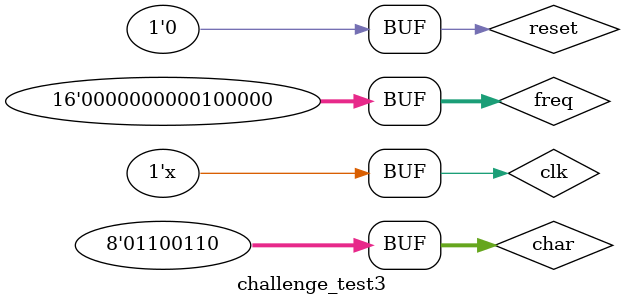
<source format=v>
`timescale 1ns / 1ps


module challenge_test3;

	// Inputs
	reg clk;
	reg reset;
	reg [7:0] char;
	reg [15:0] freq;

	// Outputs
	wire [1:0] format_type;
	wire [3:0] error_code;

	// Instantiate the Unit Under Test (UUT)
	cpu_checker uut (
		.clk(clk), 
		.reset(reset), 
		.char(char), 
		.freq(freq), 
		.format_type(format_type), 
		.error_code(error_code)
	);

	initial begin
		// Initialize Inputs
		clk = 0;
		reset = 0;
		char = 0;
		freq = 6'b100000;

		#10 char="^";
		#10 char="5";
		#10 char="@";
		#10 char="0";
		#10 char="0";
		#10 char="0";
		#10 char="0";
		#10 char="0";
		#10 char="0";
		#10 char="0";
		#10 char="1";
		#10 char=":";
		#10 char=8'd42;
		#10 char="0";
		#10 char="0";
		#10 char="0";
		#10 char="0";
		#10 char="0";
		#10 char="0";
		#10 char="8";
		#10 char="8";
		#10 char="<";
		#10 char="=";
		#10 char="f";
		#10 char="f";
		#10 char="f";
		#10 char="f";
		#10 char="b";
		#10 char="5";
		#10 char="2";
		#10 char="8";
		#10 char="#";
		#10 char="^";
		#10 char="5";
		#10 char="@";
		#10 char="0";
		#10 char="0";
		#10 char="0";
		#10 char="0";
		#10 char="3";
		#10 char="3";
		#10 char="3";
		#10 char="3";
		#10 char=":";
		#10 char=8'd42;
		#10 char="0";
		#10 char="0";
		#10 char="0";
		#10 char="0";
		#10 char="0";
		#10 char="0";
		#10 char="8";
		#10 char="8";
		#10 char="<";
		#10 char="=";
		#10 char="f";
		#10 char="f";
		#10 char="f";
		#10 char="f";
		#10 char="b";
		#10 char="5";
		#10 char="2";
		#10 char="8";
		#10 char="#";
		#10 char=" ";
		#10 char="a";
		#10 char="d";
		#10 char="f";

	end
always #5 clk=~clk;
      
endmodule


</source>
